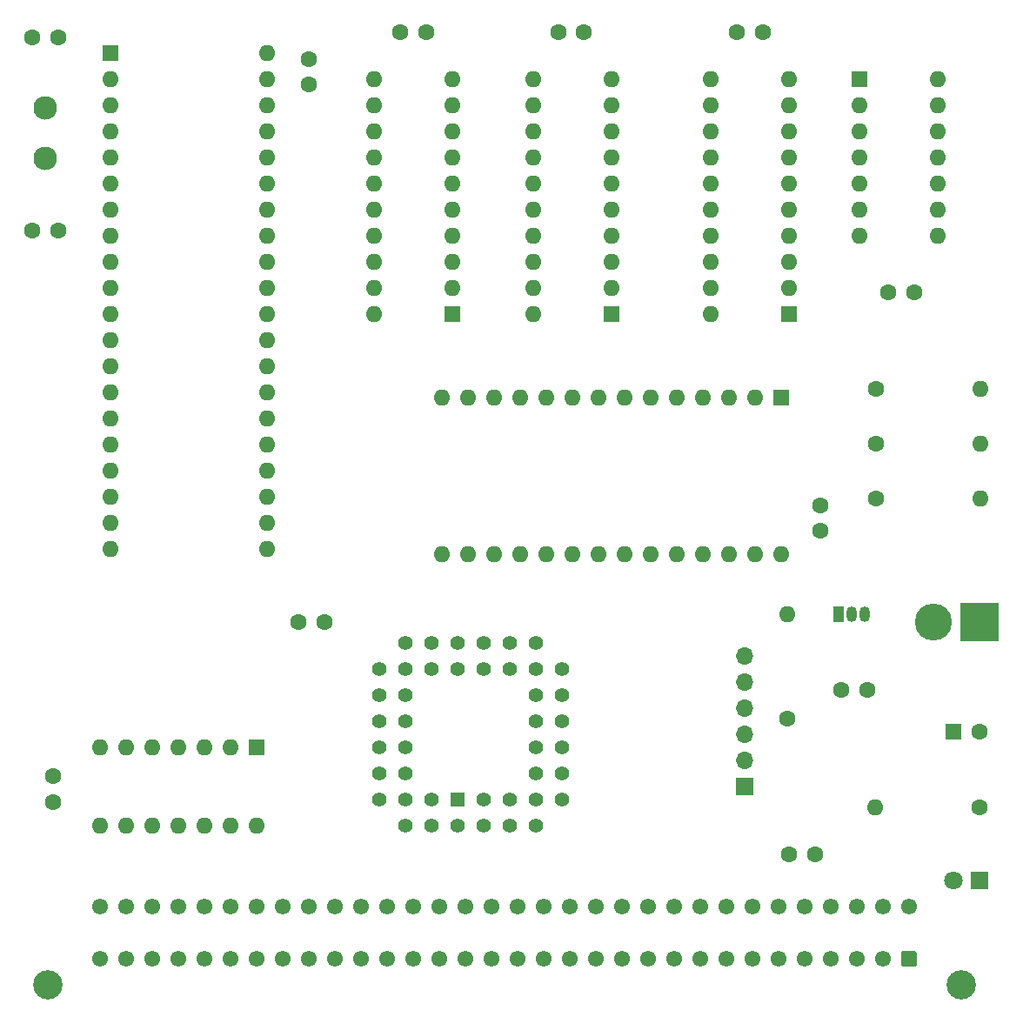
<source format=gbs>
G04 #@! TF.GenerationSoftware,KiCad,Pcbnew,(5.1.10)-1*
G04 #@! TF.CreationDate,2021-08-18T14:18:43+01:00*
G04 #@! TF.ProjectId,GfxTMS9918,47667854-4d53-4393-9931-382e6b696361,rev?*
G04 #@! TF.SameCoordinates,Original*
G04 #@! TF.FileFunction,Soldermask,Bot*
G04 #@! TF.FilePolarity,Negative*
%FSLAX46Y46*%
G04 Gerber Fmt 4.6, Leading zero omitted, Abs format (unit mm)*
G04 Created by KiCad (PCBNEW (5.1.10)-1) date 2021-08-18 14:18:43*
%MOMM*%
%LPD*%
G01*
G04 APERTURE LIST*
%ADD10C,2.300000*%
%ADD11O,1.600000X1.600000*%
%ADD12R,1.600000X1.600000*%
%ADD13C,1.422400*%
%ADD14R,1.422400X1.422400*%
%ADD15C,1.600000*%
%ADD16R,1.050000X1.500000*%
%ADD17O,1.050000X1.500000*%
%ADD18C,3.600000*%
%ADD19R,3.765000X3.765000*%
%ADD20O,1.700000X1.700000*%
%ADD21R,1.700000X1.700000*%
%ADD22C,1.550000*%
%ADD23C,2.850000*%
%ADD24C,1.800000*%
%ADD25R,1.800000X1.800000*%
G04 APERTURE END LIST*
D10*
X105156000Y-56896000D03*
X105156000Y-61796000D03*
D11*
X176784000Y-100330000D03*
X143764000Y-85090000D03*
X174244000Y-100330000D03*
X146304000Y-85090000D03*
X171704000Y-100330000D03*
X148844000Y-85090000D03*
X169164000Y-100330000D03*
X151384000Y-85090000D03*
X166624000Y-100330000D03*
X153924000Y-85090000D03*
X164084000Y-100330000D03*
X156464000Y-85090000D03*
X161544000Y-100330000D03*
X159004000Y-85090000D03*
X159004000Y-100330000D03*
X161544000Y-85090000D03*
X156464000Y-100330000D03*
X164084000Y-85090000D03*
X153924000Y-100330000D03*
X166624000Y-85090000D03*
X151384000Y-100330000D03*
X169164000Y-85090000D03*
X148844000Y-100330000D03*
X171704000Y-85090000D03*
X146304000Y-100330000D03*
X174244000Y-85090000D03*
X143764000Y-100330000D03*
D12*
X176784000Y-85090000D03*
D11*
X137160000Y-76962000D03*
X144780000Y-54102000D03*
X137160000Y-74422000D03*
X144780000Y-56642000D03*
X137160000Y-71882000D03*
X144780000Y-59182000D03*
X137160000Y-69342000D03*
X144780000Y-61722000D03*
X137160000Y-66802000D03*
X144780000Y-64262000D03*
X137160000Y-64262000D03*
X144780000Y-66802000D03*
X137160000Y-61722000D03*
X144780000Y-69342000D03*
X137160000Y-59182000D03*
X144780000Y-71882000D03*
X137160000Y-56642000D03*
X144780000Y-74422000D03*
X137160000Y-54102000D03*
D12*
X144780000Y-76962000D03*
D11*
X169926000Y-76962000D03*
X177546000Y-54102000D03*
X169926000Y-74422000D03*
X177546000Y-56642000D03*
X169926000Y-71882000D03*
X177546000Y-59182000D03*
X169926000Y-69342000D03*
X177546000Y-61722000D03*
X169926000Y-66802000D03*
X177546000Y-64262000D03*
X169926000Y-64262000D03*
X177546000Y-66802000D03*
X169926000Y-61722000D03*
X177546000Y-69342000D03*
X169926000Y-59182000D03*
X177546000Y-71882000D03*
X169926000Y-56642000D03*
X177546000Y-74422000D03*
X169926000Y-54102000D03*
D12*
X177546000Y-76962000D03*
D11*
X152654000Y-76962000D03*
X160274000Y-54102000D03*
X152654000Y-74422000D03*
X160274000Y-56642000D03*
X152654000Y-71882000D03*
X160274000Y-59182000D03*
X152654000Y-69342000D03*
X160274000Y-61722000D03*
X152654000Y-66802000D03*
X160274000Y-64262000D03*
X152654000Y-64262000D03*
X160274000Y-66802000D03*
X152654000Y-61722000D03*
X160274000Y-69342000D03*
X152654000Y-59182000D03*
X160274000Y-71882000D03*
X152654000Y-56642000D03*
X160274000Y-74422000D03*
X152654000Y-54102000D03*
D12*
X160274000Y-76962000D03*
D11*
X126746000Y-51562000D03*
X111506000Y-99822000D03*
X126746000Y-54102000D03*
X111506000Y-97282000D03*
X126746000Y-56642000D03*
X111506000Y-94742000D03*
X126746000Y-59182000D03*
X111506000Y-92202000D03*
X126746000Y-61722000D03*
X111506000Y-89662000D03*
X126746000Y-64262000D03*
X111506000Y-87122000D03*
X126746000Y-66802000D03*
X111506000Y-84582000D03*
X126746000Y-69342000D03*
X111506000Y-82042000D03*
X126746000Y-71882000D03*
X111506000Y-79502000D03*
X126746000Y-74422000D03*
X111506000Y-76962000D03*
X126746000Y-76962000D03*
X111506000Y-74422000D03*
X126746000Y-79502000D03*
X111506000Y-71882000D03*
X126746000Y-82042000D03*
X111506000Y-69342000D03*
X126746000Y-84582000D03*
X111506000Y-66802000D03*
X126746000Y-87122000D03*
X111506000Y-64262000D03*
X126746000Y-89662000D03*
X111506000Y-61722000D03*
X126746000Y-92202000D03*
X111506000Y-59182000D03*
X126746000Y-94742000D03*
X111506000Y-56642000D03*
X126746000Y-97282000D03*
X111506000Y-54102000D03*
X126746000Y-99822000D03*
D12*
X111506000Y-51562000D03*
D11*
X192024000Y-54102000D03*
X184404000Y-69342000D03*
X192024000Y-56642000D03*
X184404000Y-66802000D03*
X192024000Y-59182000D03*
X184404000Y-64262000D03*
X192024000Y-61722000D03*
X184404000Y-61722000D03*
X192024000Y-64262000D03*
X184404000Y-59182000D03*
X192024000Y-66802000D03*
X184404000Y-56642000D03*
X192024000Y-69342000D03*
D12*
X184404000Y-54102000D03*
D13*
X137668000Y-124206000D03*
X137668000Y-121666000D03*
X137668000Y-119126000D03*
X137668000Y-116586000D03*
X137668000Y-114046000D03*
X140208000Y-126746000D03*
X140208000Y-121666000D03*
X140208000Y-119126000D03*
X140208000Y-116586000D03*
X140208000Y-114046000D03*
X140208000Y-111506000D03*
X140208000Y-108966000D03*
X142748000Y-108966000D03*
X145288000Y-108966000D03*
X147828000Y-108966000D03*
X150368000Y-108966000D03*
X152908000Y-108966000D03*
X137668000Y-111506000D03*
X142748000Y-111506000D03*
X145288000Y-111506000D03*
X147828000Y-111506000D03*
X150368000Y-111506000D03*
X152908000Y-111506000D03*
X155448000Y-111506000D03*
X155448000Y-114046000D03*
X155448000Y-116586000D03*
X155448000Y-119126000D03*
X155448000Y-121666000D03*
X155448000Y-124206000D03*
X152908000Y-114046000D03*
X152908000Y-116586000D03*
X152908000Y-119126000D03*
X152908000Y-121666000D03*
X152908000Y-124206000D03*
X142748000Y-126746000D03*
X145288000Y-126746000D03*
X152908000Y-126746000D03*
X150368000Y-126746000D03*
X147828000Y-126746000D03*
X140208000Y-124206000D03*
X142748000Y-124206000D03*
X150368000Y-124206000D03*
X147828000Y-124206000D03*
D14*
X145288000Y-124206000D03*
D11*
X125730000Y-126746000D03*
X110490000Y-119126000D03*
X123190000Y-126746000D03*
X113030000Y-119126000D03*
X120650000Y-126746000D03*
X115570000Y-119126000D03*
X118110000Y-126746000D03*
X118110000Y-119126000D03*
X115570000Y-126746000D03*
X120650000Y-119126000D03*
X113030000Y-126746000D03*
X123190000Y-119126000D03*
X110490000Y-126746000D03*
D12*
X125730000Y-119126000D03*
D11*
X177419000Y-106172000D03*
D15*
X177419000Y-116332000D03*
D11*
X196193000Y-89535000D03*
D15*
X186033000Y-89535000D03*
D11*
X196193000Y-94869000D03*
D15*
X186033000Y-94869000D03*
D11*
X185928000Y-124968000D03*
D15*
X196088000Y-124968000D03*
D16*
X182372000Y-106172000D03*
D17*
X184912000Y-106172000D03*
X183642000Y-106172000D03*
D18*
X191588000Y-106934000D03*
D19*
X196088000Y-106934000D03*
D20*
X173228000Y-110236000D03*
X173228000Y-112776000D03*
X173228000Y-115316000D03*
X173228000Y-117856000D03*
X173228000Y-120396000D03*
D21*
X173228000Y-122936000D03*
D22*
X110484000Y-134592000D03*
X113024000Y-134592000D03*
X115564000Y-134592000D03*
X118104000Y-134592000D03*
X120644000Y-134592000D03*
X123184000Y-134592000D03*
X125724000Y-134592000D03*
X128264000Y-134592000D03*
X130804000Y-134592000D03*
X133344000Y-134592000D03*
X135884000Y-134592000D03*
X138424000Y-134592000D03*
X140964000Y-134592000D03*
X143504000Y-134592000D03*
X146044000Y-134592000D03*
X148584000Y-134592000D03*
X151124000Y-134592000D03*
X153664000Y-134592000D03*
X156204000Y-134592000D03*
X158744000Y-134592000D03*
X161284000Y-134592000D03*
X163824000Y-134592000D03*
X166364000Y-134592000D03*
X168904000Y-134592000D03*
X171444000Y-134592000D03*
X173984000Y-134592000D03*
X176524000Y-134592000D03*
X179064000Y-134592000D03*
X181604000Y-134592000D03*
X184144000Y-134592000D03*
X186684000Y-134592000D03*
X189224000Y-134592000D03*
X110484000Y-139672000D03*
X113024000Y-139672000D03*
X115564000Y-139672000D03*
X118104000Y-139672000D03*
X120644000Y-139672000D03*
X123184000Y-139672000D03*
X125724000Y-139672000D03*
X128264000Y-139672000D03*
X130804000Y-139672000D03*
X133344000Y-139672000D03*
X135884000Y-139672000D03*
X138424000Y-139672000D03*
X140964000Y-139672000D03*
X143504000Y-139672000D03*
X146044000Y-139672000D03*
X148584000Y-139672000D03*
X151124000Y-139672000D03*
X153664000Y-139672000D03*
X156204000Y-139672000D03*
X158744000Y-139672000D03*
X161284000Y-139672000D03*
X163824000Y-139672000D03*
X166364000Y-139672000D03*
X168904000Y-139672000D03*
X171444000Y-139672000D03*
X173984000Y-139672000D03*
X176524000Y-139672000D03*
X179064000Y-139672000D03*
X181604000Y-139672000D03*
X184144000Y-139672000D03*
X186684000Y-139672000D03*
G36*
G01*
X189999000Y-139146999D02*
X189999000Y-140197001D01*
G75*
G02*
X189749001Y-140447000I-249999J0D01*
G01*
X188698999Y-140447000D01*
G75*
G02*
X188449000Y-140197001I0J249999D01*
G01*
X188449000Y-139146999D01*
G75*
G02*
X188698999Y-138897000I249999J0D01*
G01*
X189749001Y-138897000D01*
G75*
G02*
X189999000Y-139146999I0J-249999D01*
G01*
G37*
D23*
X105404000Y-142212000D03*
X194304000Y-142212000D03*
D11*
X196215000Y-84201000D03*
D15*
X186055000Y-84201000D03*
D24*
X193548000Y-132080000D03*
D25*
X196088000Y-132080000D03*
D15*
X180594000Y-98044000D03*
X180594000Y-95544000D03*
X130810000Y-54610000D03*
X130810000Y-52110000D03*
X175006000Y-49530000D03*
X172506000Y-49530000D03*
X196048000Y-117602000D03*
D12*
X193548000Y-117602000D03*
D15*
X182666000Y-113538000D03*
X185166000Y-113538000D03*
X142240000Y-49530000D03*
X139740000Y-49530000D03*
X187198000Y-74803000D03*
X189698000Y-74803000D03*
X157607000Y-49530000D03*
X155107000Y-49530000D03*
X106426000Y-50038000D03*
X103926000Y-50038000D03*
X103926000Y-68834000D03*
X106426000Y-68834000D03*
X129834000Y-106934000D03*
X132334000Y-106934000D03*
X177586000Y-129540000D03*
X180086000Y-129540000D03*
X105918000Y-121920000D03*
X105918000Y-124420000D03*
M02*

</source>
